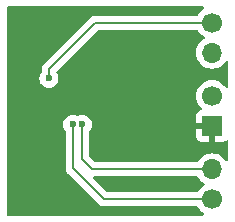
<source format=gbl>
G04 #@! TF.GenerationSoftware,KiCad,Pcbnew,8.0.5*
G04 #@! TF.CreationDate,2024-10-06T10:53:57+02:00*
G04 #@! TF.ProjectId,BMA400-breakout,424d4134-3030-42d6-9272-65616b6f7574,rev?*
G04 #@! TF.SameCoordinates,Original*
G04 #@! TF.FileFunction,Copper,L2,Bot*
G04 #@! TF.FilePolarity,Positive*
%FSLAX46Y46*%
G04 Gerber Fmt 4.6, Leading zero omitted, Abs format (unit mm)*
G04 Created by KiCad (PCBNEW 8.0.5) date 2024-10-06 10:53:57*
%MOMM*%
%LPD*%
G01*
G04 APERTURE LIST*
G04 #@! TA.AperFunction,ComponentPad*
%ADD10C,1.700000*%
G04 #@! TD*
G04 #@! TA.AperFunction,ComponentPad*
%ADD11O,1.700000X1.700000*%
G04 #@! TD*
G04 #@! TA.AperFunction,ComponentPad*
%ADD12R,1.700000X1.700000*%
G04 #@! TD*
G04 #@! TA.AperFunction,ViaPad*
%ADD13C,0.600000*%
G04 #@! TD*
G04 #@! TA.AperFunction,Conductor*
%ADD14C,0.200000*%
G04 #@! TD*
G04 APERTURE END LIST*
D10*
X115720000Y-65630000D03*
D11*
X115720000Y-68170000D03*
D10*
X115720000Y-71840000D03*
D12*
X115720000Y-74380000D03*
D10*
X115720000Y-80590000D03*
D11*
X115720000Y-78050000D03*
D13*
X109320000Y-79250000D03*
X108020000Y-70230000D03*
X108630000Y-66860000D03*
X103080000Y-70940000D03*
X109770000Y-75200000D03*
X106510000Y-72520000D03*
X104720000Y-74250000D03*
X103910000Y-74250000D03*
X101900000Y-70350000D03*
D14*
X103910000Y-77950000D02*
X106550000Y-80590000D01*
X103910000Y-74250000D02*
X103910000Y-77950000D01*
X106550000Y-80590000D02*
X115720000Y-80590000D01*
X104720000Y-74250000D02*
X104720000Y-77200000D01*
X104720000Y-77200000D02*
X105570000Y-78050000D01*
X105570000Y-78050000D02*
X115720000Y-78050000D01*
X101900000Y-70350000D02*
X101900000Y-69550000D01*
X101900000Y-69550000D02*
X105820000Y-65630000D01*
X105820000Y-65630000D02*
X115720000Y-65630000D01*
G04 #@! TA.AperFunction,Conductor*
G36*
X114995085Y-64280185D02*
G01*
X115040840Y-64332989D01*
X115050784Y-64402147D01*
X115021759Y-64465703D01*
X114999169Y-64486075D01*
X114848597Y-64591505D01*
X114681506Y-64758596D01*
X114545965Y-64952170D01*
X114545962Y-64952175D01*
X114543289Y-64957909D01*
X114497115Y-65010346D01*
X114430909Y-65029500D01*
X105899057Y-65029500D01*
X105740943Y-65029500D01*
X105588215Y-65070423D01*
X105588214Y-65070423D01*
X105588212Y-65070424D01*
X105588209Y-65070425D01*
X105538096Y-65099359D01*
X105538095Y-65099360D01*
X105494689Y-65124420D01*
X105451285Y-65149479D01*
X105451282Y-65149481D01*
X101419481Y-69181282D01*
X101419479Y-69181285D01*
X101369361Y-69268094D01*
X101369359Y-69268096D01*
X101340425Y-69318209D01*
X101340424Y-69318210D01*
X101340423Y-69318215D01*
X101299499Y-69470943D01*
X101299499Y-69470945D01*
X101299499Y-69639046D01*
X101299500Y-69639059D01*
X101299500Y-69767587D01*
X101279815Y-69834626D01*
X101272450Y-69844896D01*
X101270186Y-69847734D01*
X101174211Y-70000476D01*
X101114631Y-70170745D01*
X101114630Y-70170750D01*
X101094435Y-70349996D01*
X101094435Y-70350003D01*
X101114630Y-70529249D01*
X101114631Y-70529254D01*
X101174211Y-70699523D01*
X101238289Y-70801501D01*
X101270184Y-70852262D01*
X101397738Y-70979816D01*
X101550478Y-71075789D01*
X101662777Y-71115084D01*
X101720745Y-71135368D01*
X101720750Y-71135369D01*
X101899996Y-71155565D01*
X101900000Y-71155565D01*
X101900004Y-71155565D01*
X102079249Y-71135369D01*
X102079252Y-71135368D01*
X102079255Y-71135368D01*
X102249522Y-71075789D01*
X102402262Y-70979816D01*
X102529816Y-70852262D01*
X102625789Y-70699522D01*
X102685368Y-70529255D01*
X102705565Y-70350000D01*
X102685368Y-70170745D01*
X102625789Y-70000478D01*
X102625788Y-70000476D01*
X102625788Y-70000475D01*
X102585226Y-69935922D01*
X102552204Y-69883368D01*
X102533204Y-69816134D01*
X102553571Y-69749299D01*
X102569512Y-69729722D01*
X106032416Y-66266819D01*
X106093739Y-66233334D01*
X106120097Y-66230500D01*
X114430909Y-66230500D01*
X114497948Y-66250185D01*
X114543292Y-66302097D01*
X114545965Y-66307830D01*
X114681501Y-66501396D01*
X114681506Y-66501402D01*
X114848597Y-66668493D01*
X114848603Y-66668498D01*
X115034158Y-66798425D01*
X115077783Y-66853002D01*
X115084977Y-66922500D01*
X115053454Y-66984855D01*
X115034158Y-67001575D01*
X114848597Y-67131505D01*
X114681505Y-67298597D01*
X114545965Y-67492169D01*
X114545964Y-67492171D01*
X114446098Y-67706335D01*
X114446094Y-67706344D01*
X114384938Y-67934586D01*
X114384936Y-67934596D01*
X114364341Y-68169999D01*
X114364341Y-68170000D01*
X114384936Y-68405403D01*
X114384938Y-68405413D01*
X114446094Y-68633655D01*
X114446096Y-68633659D01*
X114446097Y-68633663D01*
X114542319Y-68840012D01*
X114545965Y-68847830D01*
X114545967Y-68847834D01*
X114654281Y-69002521D01*
X114681505Y-69041401D01*
X114848599Y-69208495D01*
X114933715Y-69268094D01*
X115042165Y-69344032D01*
X115042167Y-69344033D01*
X115042170Y-69344035D01*
X115256337Y-69443903D01*
X115484592Y-69505063D01*
X115672918Y-69521539D01*
X115719999Y-69525659D01*
X115720000Y-69525659D01*
X115720001Y-69525659D01*
X115759234Y-69522226D01*
X115955408Y-69505063D01*
X116183663Y-69443903D01*
X116397830Y-69344035D01*
X116591401Y-69208495D01*
X116758495Y-69041401D01*
X116863925Y-68890830D01*
X116918502Y-68847206D01*
X116988000Y-68840012D01*
X117050355Y-68871535D01*
X117085769Y-68931764D01*
X117089500Y-68961954D01*
X117089500Y-71048045D01*
X117069815Y-71115084D01*
X117017011Y-71160839D01*
X116947853Y-71170783D01*
X116884297Y-71141758D01*
X116863925Y-71119168D01*
X116758494Y-70968597D01*
X116591402Y-70801506D01*
X116591395Y-70801501D01*
X116397834Y-70665967D01*
X116397830Y-70665965D01*
X116397828Y-70665964D01*
X116183663Y-70566097D01*
X116183659Y-70566096D01*
X116183655Y-70566094D01*
X115955413Y-70504938D01*
X115955403Y-70504936D01*
X115720001Y-70484341D01*
X115719999Y-70484341D01*
X115484596Y-70504936D01*
X115484586Y-70504938D01*
X115256344Y-70566094D01*
X115256335Y-70566098D01*
X115042171Y-70665964D01*
X115042169Y-70665965D01*
X114848597Y-70801505D01*
X114681505Y-70968597D01*
X114545965Y-71162169D01*
X114545964Y-71162171D01*
X114446098Y-71376335D01*
X114446094Y-71376344D01*
X114384938Y-71604586D01*
X114384936Y-71604596D01*
X114364341Y-71839999D01*
X114364341Y-71840000D01*
X114384936Y-72075403D01*
X114384938Y-72075413D01*
X114446094Y-72303655D01*
X114446096Y-72303659D01*
X114446097Y-72303663D01*
X114542319Y-72510012D01*
X114545965Y-72517830D01*
X114545967Y-72517834D01*
X114654281Y-72672521D01*
X114681501Y-72711396D01*
X114681506Y-72711402D01*
X114803818Y-72833714D01*
X114837303Y-72895037D01*
X114832319Y-72964729D01*
X114790447Y-73020662D01*
X114759471Y-73037577D01*
X114627912Y-73086646D01*
X114627906Y-73086649D01*
X114512812Y-73172809D01*
X114512809Y-73172812D01*
X114426649Y-73287906D01*
X114426645Y-73287913D01*
X114376403Y-73422620D01*
X114376401Y-73422627D01*
X114370000Y-73482155D01*
X114370000Y-74130000D01*
X115286988Y-74130000D01*
X115254075Y-74187007D01*
X115220000Y-74314174D01*
X115220000Y-74445826D01*
X115254075Y-74572993D01*
X115286988Y-74630000D01*
X114370000Y-74630000D01*
X114370000Y-75277844D01*
X114376401Y-75337372D01*
X114376403Y-75337379D01*
X114426645Y-75472086D01*
X114426649Y-75472093D01*
X114512809Y-75587187D01*
X114512812Y-75587190D01*
X114627906Y-75673350D01*
X114627913Y-75673354D01*
X114762620Y-75723596D01*
X114762627Y-75723598D01*
X114822155Y-75729999D01*
X114822172Y-75730000D01*
X115470000Y-75730000D01*
X115470000Y-74813012D01*
X115527007Y-74845925D01*
X115654174Y-74880000D01*
X115785826Y-74880000D01*
X115912993Y-74845925D01*
X115970000Y-74813012D01*
X115970000Y-75730000D01*
X116617828Y-75730000D01*
X116617844Y-75729999D01*
X116677372Y-75723598D01*
X116677379Y-75723596D01*
X116812086Y-75673354D01*
X116812089Y-75673352D01*
X116891188Y-75614139D01*
X116956653Y-75589721D01*
X117024926Y-75604572D01*
X117074332Y-75653977D01*
X117089500Y-75713405D01*
X117089500Y-77258045D01*
X117069815Y-77325084D01*
X117017011Y-77370839D01*
X116947853Y-77380783D01*
X116884297Y-77351758D01*
X116863925Y-77329168D01*
X116758494Y-77178597D01*
X116591402Y-77011506D01*
X116591395Y-77011501D01*
X116397834Y-76875967D01*
X116397830Y-76875965D01*
X116397828Y-76875964D01*
X116183663Y-76776097D01*
X116183659Y-76776096D01*
X116183655Y-76776094D01*
X115955413Y-76714938D01*
X115955403Y-76714936D01*
X115720001Y-76694341D01*
X115719999Y-76694341D01*
X115484596Y-76714936D01*
X115484586Y-76714938D01*
X115256344Y-76776094D01*
X115256335Y-76776098D01*
X115042171Y-76875964D01*
X115042169Y-76875965D01*
X114848597Y-77011505D01*
X114681506Y-77178596D01*
X114545965Y-77372170D01*
X114545962Y-77372175D01*
X114543289Y-77377909D01*
X114497115Y-77430346D01*
X114430909Y-77449500D01*
X105870098Y-77449500D01*
X105803059Y-77429815D01*
X105782417Y-77413181D01*
X105356819Y-76987583D01*
X105323334Y-76926260D01*
X105320500Y-76899902D01*
X105320500Y-74832412D01*
X105340185Y-74765373D01*
X105347555Y-74755097D01*
X105349810Y-74752267D01*
X105349816Y-74752262D01*
X105445789Y-74599522D01*
X105505368Y-74429255D01*
X105505369Y-74429249D01*
X105525565Y-74250003D01*
X105525565Y-74249996D01*
X105505369Y-74070750D01*
X105505368Y-74070745D01*
X105445788Y-73900476D01*
X105349815Y-73747737D01*
X105222262Y-73620184D01*
X105069523Y-73524211D01*
X104899254Y-73464631D01*
X104899249Y-73464630D01*
X104720004Y-73444435D01*
X104719996Y-73444435D01*
X104540750Y-73464630D01*
X104540737Y-73464633D01*
X104370477Y-73524210D01*
X104368790Y-73525023D01*
X104367592Y-73525220D01*
X104363906Y-73526510D01*
X104363679Y-73525863D01*
X104299848Y-73536368D01*
X104266110Y-73526461D01*
X104266094Y-73526510D01*
X104265153Y-73526180D01*
X104261210Y-73525023D01*
X104259522Y-73524210D01*
X104089262Y-73464633D01*
X104089249Y-73464630D01*
X103910004Y-73444435D01*
X103909996Y-73444435D01*
X103730750Y-73464630D01*
X103730745Y-73464631D01*
X103560476Y-73524211D01*
X103407737Y-73620184D01*
X103280184Y-73747737D01*
X103184211Y-73900476D01*
X103124631Y-74070745D01*
X103124630Y-74070750D01*
X103104435Y-74249996D01*
X103104435Y-74250003D01*
X103124630Y-74429249D01*
X103124631Y-74429254D01*
X103184211Y-74599523D01*
X103280185Y-74752263D01*
X103282445Y-74755097D01*
X103283334Y-74757275D01*
X103283889Y-74758158D01*
X103283734Y-74758255D01*
X103308855Y-74819783D01*
X103309500Y-74832412D01*
X103309500Y-77863330D01*
X103309499Y-77863348D01*
X103309499Y-78029054D01*
X103309498Y-78029054D01*
X103350423Y-78181785D01*
X103379358Y-78231900D01*
X103379359Y-78231904D01*
X103379360Y-78231904D01*
X103429479Y-78318714D01*
X103429481Y-78318717D01*
X103548349Y-78437585D01*
X103548354Y-78437589D01*
X106181284Y-81070520D01*
X106318215Y-81149577D01*
X106470943Y-81190501D01*
X106470946Y-81190501D01*
X106636654Y-81190501D01*
X106636670Y-81190500D01*
X114430909Y-81190500D01*
X114497948Y-81210185D01*
X114543292Y-81262097D01*
X114545965Y-81267830D01*
X114681505Y-81461401D01*
X114848599Y-81628495D01*
X114936967Y-81690371D01*
X114999168Y-81733925D01*
X115042793Y-81788502D01*
X115049986Y-81858000D01*
X115018464Y-81920355D01*
X114958234Y-81955769D01*
X114928045Y-81959500D01*
X98454500Y-81959500D01*
X98387461Y-81939815D01*
X98341706Y-81887011D01*
X98330500Y-81835500D01*
X98330500Y-64384500D01*
X98350185Y-64317461D01*
X98402989Y-64271706D01*
X98454500Y-64260500D01*
X114928046Y-64260500D01*
X114995085Y-64280185D01*
G37*
G04 #@! TD.AperFunction*
G04 #@! TA.AperFunction,Conductor*
G36*
X114497948Y-78670185D02*
G01*
X114543292Y-78722097D01*
X114545965Y-78727830D01*
X114681501Y-78921396D01*
X114681506Y-78921402D01*
X114848597Y-79088493D01*
X114848603Y-79088498D01*
X115034158Y-79218425D01*
X115077783Y-79273002D01*
X115084977Y-79342500D01*
X115053454Y-79404855D01*
X115034158Y-79421575D01*
X114848597Y-79551505D01*
X114681506Y-79718596D01*
X114545965Y-79912170D01*
X114545962Y-79912175D01*
X114543289Y-79917909D01*
X114497115Y-79970346D01*
X114430909Y-79989500D01*
X106850098Y-79989500D01*
X106783059Y-79969815D01*
X106762417Y-79953181D01*
X106225201Y-79415965D01*
X105671415Y-78862180D01*
X105637931Y-78800858D01*
X105642915Y-78731166D01*
X105684787Y-78675233D01*
X105750251Y-78650816D01*
X105759097Y-78650500D01*
X114430909Y-78650500D01*
X114497948Y-78670185D01*
G37*
G04 #@! TD.AperFunction*
M02*

</source>
